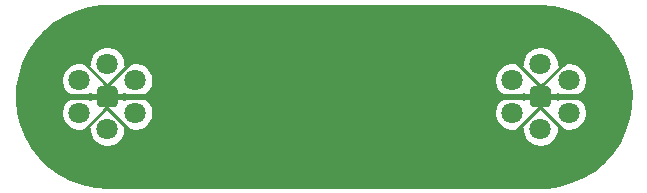
<source format=gbr>
G04 #@! TF.GenerationSoftware,KiCad,Pcbnew,(5.1.5)-3*
G04 #@! TF.CreationDate,2022-07-06T22:09:16+02:00*
G04 #@! TF.ProjectId,Stacked desk light,53746163-6b65-4642-9064-65736b206c69,rev?*
G04 #@! TF.SameCoordinates,Original*
G04 #@! TF.FileFunction,Copper,L2,Bot*
G04 #@! TF.FilePolarity,Positive*
%FSLAX46Y46*%
G04 Gerber Fmt 4.6, Leading zero omitted, Abs format (unit mm)*
G04 Created by KiCad (PCBNEW (5.1.5)-3) date 2022-07-06 22:09:16*
%MOMM*%
%LPD*%
G04 APERTURE LIST*
%ADD10C,1.800000*%
%ADD11C,0.100000*%
%ADD12C,0.500000*%
%ADD13C,0.250000*%
%ADD14C,0.254000*%
G04 APERTURE END LIST*
D10*
X115955598Y-101314092D03*
X118337168Y-102689092D03*
X120718738Y-101314092D03*
G04 #@! TA.AperFunction,ComponentPad*
D11*
G36*
X118831276Y-99041259D02*
G01*
X118874959Y-99047739D01*
X118917796Y-99058469D01*
X118959376Y-99073346D01*
X118999297Y-99092227D01*
X119037175Y-99114931D01*
X119072645Y-99141237D01*
X119105366Y-99170894D01*
X119135023Y-99203615D01*
X119161329Y-99239085D01*
X119184033Y-99276963D01*
X119202914Y-99316884D01*
X119217791Y-99358464D01*
X119228521Y-99401301D01*
X119235001Y-99444984D01*
X119237168Y-99489092D01*
X119237168Y-100389092D01*
X119235001Y-100433200D01*
X119228521Y-100476883D01*
X119217791Y-100519720D01*
X119202914Y-100561300D01*
X119184033Y-100601221D01*
X119161329Y-100639099D01*
X119135023Y-100674569D01*
X119105366Y-100707290D01*
X119072645Y-100736947D01*
X119037175Y-100763253D01*
X118999297Y-100785957D01*
X118959376Y-100804838D01*
X118917796Y-100819715D01*
X118874959Y-100830445D01*
X118831276Y-100836925D01*
X118787168Y-100839092D01*
X117887168Y-100839092D01*
X117843060Y-100836925D01*
X117799377Y-100830445D01*
X117756540Y-100819715D01*
X117714960Y-100804838D01*
X117675039Y-100785957D01*
X117637161Y-100763253D01*
X117601691Y-100736947D01*
X117568970Y-100707290D01*
X117539313Y-100674569D01*
X117513007Y-100639099D01*
X117490303Y-100601221D01*
X117471422Y-100561300D01*
X117456545Y-100519720D01*
X117445815Y-100476883D01*
X117439335Y-100433200D01*
X117437168Y-100389092D01*
X117437168Y-99489092D01*
X117439335Y-99444984D01*
X117445815Y-99401301D01*
X117456545Y-99358464D01*
X117471422Y-99316884D01*
X117490303Y-99276963D01*
X117513007Y-99239085D01*
X117539313Y-99203615D01*
X117568970Y-99170894D01*
X117601691Y-99141237D01*
X117637161Y-99114931D01*
X117675039Y-99092227D01*
X117714960Y-99073346D01*
X117756540Y-99058469D01*
X117799377Y-99047739D01*
X117843060Y-99041259D01*
X117887168Y-99039092D01*
X118787168Y-99039092D01*
X118831276Y-99041259D01*
G37*
G04 #@! TD.AperFunction*
D10*
X115955598Y-98564092D03*
X118337168Y-97189092D03*
X120718738Y-98564092D03*
X79281234Y-101314092D03*
X81662804Y-102689092D03*
X84044374Y-101314092D03*
G04 #@! TA.AperFunction,ComponentPad*
D11*
G36*
X82156912Y-99041259D02*
G01*
X82200595Y-99047739D01*
X82243432Y-99058469D01*
X82285012Y-99073346D01*
X82324933Y-99092227D01*
X82362811Y-99114931D01*
X82398281Y-99141237D01*
X82431002Y-99170894D01*
X82460659Y-99203615D01*
X82486965Y-99239085D01*
X82509669Y-99276963D01*
X82528550Y-99316884D01*
X82543427Y-99358464D01*
X82554157Y-99401301D01*
X82560637Y-99444984D01*
X82562804Y-99489092D01*
X82562804Y-100389092D01*
X82560637Y-100433200D01*
X82554157Y-100476883D01*
X82543427Y-100519720D01*
X82528550Y-100561300D01*
X82509669Y-100601221D01*
X82486965Y-100639099D01*
X82460659Y-100674569D01*
X82431002Y-100707290D01*
X82398281Y-100736947D01*
X82362811Y-100763253D01*
X82324933Y-100785957D01*
X82285012Y-100804838D01*
X82243432Y-100819715D01*
X82200595Y-100830445D01*
X82156912Y-100836925D01*
X82112804Y-100839092D01*
X81212804Y-100839092D01*
X81168696Y-100836925D01*
X81125013Y-100830445D01*
X81082176Y-100819715D01*
X81040596Y-100804838D01*
X81000675Y-100785957D01*
X80962797Y-100763253D01*
X80927327Y-100736947D01*
X80894606Y-100707290D01*
X80864949Y-100674569D01*
X80838643Y-100639099D01*
X80815939Y-100601221D01*
X80797058Y-100561300D01*
X80782181Y-100519720D01*
X80771451Y-100476883D01*
X80764971Y-100433200D01*
X80762804Y-100389092D01*
X80762804Y-99489092D01*
X80764971Y-99444984D01*
X80771451Y-99401301D01*
X80782181Y-99358464D01*
X80797058Y-99316884D01*
X80815939Y-99276963D01*
X80838643Y-99239085D01*
X80864949Y-99203615D01*
X80894606Y-99170894D01*
X80927327Y-99141237D01*
X80962797Y-99114931D01*
X81000675Y-99092227D01*
X81040596Y-99073346D01*
X81082176Y-99058469D01*
X81125013Y-99047739D01*
X81168696Y-99041259D01*
X81212804Y-99039092D01*
X82112804Y-99039092D01*
X82156912Y-99041259D01*
G37*
G04 #@! TD.AperFunction*
D10*
X79281234Y-98564092D03*
X81662804Y-97189092D03*
X84044374Y-98564092D03*
D12*
X81662804Y-99939092D02*
X77839092Y-99939092D01*
D13*
X81662804Y-99039092D02*
X79500000Y-96876288D01*
X81662804Y-99939092D02*
X81662804Y-99039092D01*
X81662804Y-99039092D02*
X83900000Y-96801896D01*
X81662804Y-100839092D02*
X79401896Y-103100000D01*
X81662804Y-99939092D02*
X81662804Y-100839092D01*
X81662804Y-100876090D02*
X83800000Y-103013286D01*
X81662804Y-99939092D02*
X81662804Y-100876090D01*
X118337168Y-99039092D02*
X116300000Y-97001924D01*
X118337168Y-99939092D02*
X118337168Y-99039092D01*
X118337168Y-99132660D02*
X120469828Y-97000000D01*
X118337168Y-99939092D02*
X118337168Y-99132660D01*
X118337168Y-100839092D02*
X116200000Y-102976260D01*
X118337168Y-99939092D02*
X118337168Y-100839092D01*
X118337168Y-100839092D02*
X120498076Y-103000000D01*
D12*
X118337168Y-99939092D02*
X114639092Y-99939092D01*
X118337168Y-99939092D02*
X121939092Y-99939092D01*
X82587803Y-99964091D02*
X85335909Y-99964091D01*
X81662804Y-99939092D02*
X82562804Y-99939092D01*
X82562804Y-99939092D02*
X82587803Y-99964091D01*
D14*
G36*
X119402010Y-92362354D02*
G01*
X120446123Y-92584286D01*
X121449193Y-92949374D01*
X122391691Y-93450509D01*
X123255261Y-94077931D01*
X124023116Y-94819440D01*
X124680300Y-95660596D01*
X125214023Y-96585031D01*
X125613890Y-97574739D01*
X125872129Y-98610477D01*
X125983707Y-99672065D01*
X125946454Y-100738861D01*
X125761094Y-101790086D01*
X125431237Y-102805280D01*
X124963303Y-103764688D01*
X124366397Y-104649638D01*
X123652136Y-105442906D01*
X122834434Y-106129040D01*
X121929188Y-106694699D01*
X120954033Y-107128867D01*
X119927940Y-107423094D01*
X118859439Y-107573262D01*
X118325646Y-107591903D01*
X81685848Y-107591903D01*
X80597961Y-107515830D01*
X79553849Y-107293898D01*
X78550779Y-106928810D01*
X77608290Y-106427680D01*
X76744710Y-105800253D01*
X75976856Y-105058744D01*
X75319672Y-104217588D01*
X74785951Y-103293155D01*
X74386082Y-102303445D01*
X74127843Y-101267706D01*
X74016266Y-100206118D01*
X74053518Y-99139323D01*
X74181605Y-98412908D01*
X77746234Y-98412908D01*
X77746234Y-98715276D01*
X77805223Y-99011835D01*
X77920935Y-99291187D01*
X78088922Y-99542597D01*
X78302729Y-99756404D01*
X78554139Y-99924391D01*
X78589630Y-99939092D01*
X78554139Y-99953793D01*
X78302729Y-100121780D01*
X78088922Y-100335587D01*
X77920935Y-100586997D01*
X77805223Y-100866349D01*
X77746234Y-101162908D01*
X77746234Y-101465276D01*
X77805223Y-101761835D01*
X77920935Y-102041187D01*
X78088922Y-102292597D01*
X78302729Y-102506404D01*
X78554139Y-102674391D01*
X78833491Y-102790103D01*
X79130050Y-102849092D01*
X79432418Y-102849092D01*
X79728977Y-102790103D01*
X80008329Y-102674391D01*
X80127804Y-102594560D01*
X80127804Y-102840276D01*
X80186793Y-103136835D01*
X80302505Y-103416187D01*
X80470492Y-103667597D01*
X80684299Y-103881404D01*
X80935709Y-104049391D01*
X81215061Y-104165103D01*
X81511620Y-104224092D01*
X81813988Y-104224092D01*
X82110547Y-104165103D01*
X82389899Y-104049391D01*
X82641309Y-103881404D01*
X82855116Y-103667597D01*
X83023103Y-103416187D01*
X83138815Y-103136835D01*
X83197804Y-102840276D01*
X83197804Y-102594560D01*
X83317279Y-102674391D01*
X83596631Y-102790103D01*
X83893190Y-102849092D01*
X84195558Y-102849092D01*
X84492117Y-102790103D01*
X84771469Y-102674391D01*
X85022879Y-102506404D01*
X85236686Y-102292597D01*
X85404673Y-102041187D01*
X85520385Y-101761835D01*
X85579374Y-101465276D01*
X85579374Y-101162908D01*
X85520385Y-100866349D01*
X85404673Y-100586997D01*
X85236686Y-100335587D01*
X85022879Y-100121780D01*
X84771469Y-99953793D01*
X84735978Y-99939092D01*
X84771469Y-99924391D01*
X85022879Y-99756404D01*
X85236686Y-99542597D01*
X85404673Y-99291187D01*
X85520385Y-99011835D01*
X85579374Y-98715276D01*
X85579374Y-98412908D01*
X114420598Y-98412908D01*
X114420598Y-98715276D01*
X114479587Y-99011835D01*
X114595299Y-99291187D01*
X114763286Y-99542597D01*
X114977093Y-99756404D01*
X115228503Y-99924391D01*
X115263994Y-99939092D01*
X115228503Y-99953793D01*
X114977093Y-100121780D01*
X114763286Y-100335587D01*
X114595299Y-100586997D01*
X114479587Y-100866349D01*
X114420598Y-101162908D01*
X114420598Y-101465276D01*
X114479587Y-101761835D01*
X114595299Y-102041187D01*
X114763286Y-102292597D01*
X114977093Y-102506404D01*
X115228503Y-102674391D01*
X115507855Y-102790103D01*
X115804414Y-102849092D01*
X116106782Y-102849092D01*
X116403341Y-102790103D01*
X116682693Y-102674391D01*
X116802168Y-102594560D01*
X116802168Y-102840276D01*
X116861157Y-103136835D01*
X116976869Y-103416187D01*
X117144856Y-103667597D01*
X117358663Y-103881404D01*
X117610073Y-104049391D01*
X117889425Y-104165103D01*
X118185984Y-104224092D01*
X118488352Y-104224092D01*
X118784911Y-104165103D01*
X119064263Y-104049391D01*
X119315673Y-103881404D01*
X119529480Y-103667597D01*
X119697467Y-103416187D01*
X119813179Y-103136835D01*
X119872168Y-102840276D01*
X119872168Y-102594560D01*
X119991643Y-102674391D01*
X120270995Y-102790103D01*
X120567554Y-102849092D01*
X120869922Y-102849092D01*
X121166481Y-102790103D01*
X121445833Y-102674391D01*
X121697243Y-102506404D01*
X121911050Y-102292597D01*
X122079037Y-102041187D01*
X122194749Y-101761835D01*
X122253738Y-101465276D01*
X122253738Y-101162908D01*
X122194749Y-100866349D01*
X122079037Y-100586997D01*
X121911050Y-100335587D01*
X121697243Y-100121780D01*
X121445833Y-99953793D01*
X121410342Y-99939092D01*
X121445833Y-99924391D01*
X121697243Y-99756404D01*
X121911050Y-99542597D01*
X122079037Y-99291187D01*
X122194749Y-99011835D01*
X122253738Y-98715276D01*
X122253738Y-98412908D01*
X122194749Y-98116349D01*
X122079037Y-97836997D01*
X121911050Y-97585587D01*
X121697243Y-97371780D01*
X121445833Y-97203793D01*
X121166481Y-97088081D01*
X120869922Y-97029092D01*
X120567554Y-97029092D01*
X120270995Y-97088081D01*
X119991643Y-97203793D01*
X119872168Y-97283624D01*
X119872168Y-97037908D01*
X119813179Y-96741349D01*
X119697467Y-96461997D01*
X119529480Y-96210587D01*
X119315673Y-95996780D01*
X119064263Y-95828793D01*
X118784911Y-95713081D01*
X118488352Y-95654092D01*
X118185984Y-95654092D01*
X117889425Y-95713081D01*
X117610073Y-95828793D01*
X117358663Y-95996780D01*
X117144856Y-96210587D01*
X116976869Y-96461997D01*
X116861157Y-96741349D01*
X116802168Y-97037908D01*
X116802168Y-97283624D01*
X116682693Y-97203793D01*
X116403341Y-97088081D01*
X116106782Y-97029092D01*
X115804414Y-97029092D01*
X115507855Y-97088081D01*
X115228503Y-97203793D01*
X114977093Y-97371780D01*
X114763286Y-97585587D01*
X114595299Y-97836997D01*
X114479587Y-98116349D01*
X114420598Y-98412908D01*
X85579374Y-98412908D01*
X85520385Y-98116349D01*
X85404673Y-97836997D01*
X85236686Y-97585587D01*
X85022879Y-97371780D01*
X84771469Y-97203793D01*
X84492117Y-97088081D01*
X84195558Y-97029092D01*
X83893190Y-97029092D01*
X83596631Y-97088081D01*
X83317279Y-97203793D01*
X83197804Y-97283624D01*
X83197804Y-97037908D01*
X83138815Y-96741349D01*
X83023103Y-96461997D01*
X82855116Y-96210587D01*
X82641309Y-95996780D01*
X82389899Y-95828793D01*
X82110547Y-95713081D01*
X81813988Y-95654092D01*
X81511620Y-95654092D01*
X81215061Y-95713081D01*
X80935709Y-95828793D01*
X80684299Y-95996780D01*
X80470492Y-96210587D01*
X80302505Y-96461997D01*
X80186793Y-96741349D01*
X80127804Y-97037908D01*
X80127804Y-97283624D01*
X80008329Y-97203793D01*
X79728977Y-97088081D01*
X79432418Y-97029092D01*
X79130050Y-97029092D01*
X78833491Y-97088081D01*
X78554139Y-97203793D01*
X78302729Y-97371780D01*
X78088922Y-97585587D01*
X77920935Y-97836997D01*
X77805223Y-98116349D01*
X77746234Y-98412908D01*
X74181605Y-98412908D01*
X74238878Y-98088098D01*
X74568735Y-97072904D01*
X75036669Y-96113493D01*
X75633575Y-95228546D01*
X76347836Y-94435278D01*
X77165539Y-93749144D01*
X78070783Y-93183485D01*
X79045937Y-92749318D01*
X80072032Y-92455090D01*
X81140535Y-92304922D01*
X81674326Y-92286281D01*
X118314124Y-92286281D01*
X119402010Y-92362354D01*
G37*
X119402010Y-92362354D02*
X120446123Y-92584286D01*
X121449193Y-92949374D01*
X122391691Y-93450509D01*
X123255261Y-94077931D01*
X124023116Y-94819440D01*
X124680300Y-95660596D01*
X125214023Y-96585031D01*
X125613890Y-97574739D01*
X125872129Y-98610477D01*
X125983707Y-99672065D01*
X125946454Y-100738861D01*
X125761094Y-101790086D01*
X125431237Y-102805280D01*
X124963303Y-103764688D01*
X124366397Y-104649638D01*
X123652136Y-105442906D01*
X122834434Y-106129040D01*
X121929188Y-106694699D01*
X120954033Y-107128867D01*
X119927940Y-107423094D01*
X118859439Y-107573262D01*
X118325646Y-107591903D01*
X81685848Y-107591903D01*
X80597961Y-107515830D01*
X79553849Y-107293898D01*
X78550779Y-106928810D01*
X77608290Y-106427680D01*
X76744710Y-105800253D01*
X75976856Y-105058744D01*
X75319672Y-104217588D01*
X74785951Y-103293155D01*
X74386082Y-102303445D01*
X74127843Y-101267706D01*
X74016266Y-100206118D01*
X74053518Y-99139323D01*
X74181605Y-98412908D01*
X77746234Y-98412908D01*
X77746234Y-98715276D01*
X77805223Y-99011835D01*
X77920935Y-99291187D01*
X78088922Y-99542597D01*
X78302729Y-99756404D01*
X78554139Y-99924391D01*
X78589630Y-99939092D01*
X78554139Y-99953793D01*
X78302729Y-100121780D01*
X78088922Y-100335587D01*
X77920935Y-100586997D01*
X77805223Y-100866349D01*
X77746234Y-101162908D01*
X77746234Y-101465276D01*
X77805223Y-101761835D01*
X77920935Y-102041187D01*
X78088922Y-102292597D01*
X78302729Y-102506404D01*
X78554139Y-102674391D01*
X78833491Y-102790103D01*
X79130050Y-102849092D01*
X79432418Y-102849092D01*
X79728977Y-102790103D01*
X80008329Y-102674391D01*
X80127804Y-102594560D01*
X80127804Y-102840276D01*
X80186793Y-103136835D01*
X80302505Y-103416187D01*
X80470492Y-103667597D01*
X80684299Y-103881404D01*
X80935709Y-104049391D01*
X81215061Y-104165103D01*
X81511620Y-104224092D01*
X81813988Y-104224092D01*
X82110547Y-104165103D01*
X82389899Y-104049391D01*
X82641309Y-103881404D01*
X82855116Y-103667597D01*
X83023103Y-103416187D01*
X83138815Y-103136835D01*
X83197804Y-102840276D01*
X83197804Y-102594560D01*
X83317279Y-102674391D01*
X83596631Y-102790103D01*
X83893190Y-102849092D01*
X84195558Y-102849092D01*
X84492117Y-102790103D01*
X84771469Y-102674391D01*
X85022879Y-102506404D01*
X85236686Y-102292597D01*
X85404673Y-102041187D01*
X85520385Y-101761835D01*
X85579374Y-101465276D01*
X85579374Y-101162908D01*
X85520385Y-100866349D01*
X85404673Y-100586997D01*
X85236686Y-100335587D01*
X85022879Y-100121780D01*
X84771469Y-99953793D01*
X84735978Y-99939092D01*
X84771469Y-99924391D01*
X85022879Y-99756404D01*
X85236686Y-99542597D01*
X85404673Y-99291187D01*
X85520385Y-99011835D01*
X85579374Y-98715276D01*
X85579374Y-98412908D01*
X114420598Y-98412908D01*
X114420598Y-98715276D01*
X114479587Y-99011835D01*
X114595299Y-99291187D01*
X114763286Y-99542597D01*
X114977093Y-99756404D01*
X115228503Y-99924391D01*
X115263994Y-99939092D01*
X115228503Y-99953793D01*
X114977093Y-100121780D01*
X114763286Y-100335587D01*
X114595299Y-100586997D01*
X114479587Y-100866349D01*
X114420598Y-101162908D01*
X114420598Y-101465276D01*
X114479587Y-101761835D01*
X114595299Y-102041187D01*
X114763286Y-102292597D01*
X114977093Y-102506404D01*
X115228503Y-102674391D01*
X115507855Y-102790103D01*
X115804414Y-102849092D01*
X116106782Y-102849092D01*
X116403341Y-102790103D01*
X116682693Y-102674391D01*
X116802168Y-102594560D01*
X116802168Y-102840276D01*
X116861157Y-103136835D01*
X116976869Y-103416187D01*
X117144856Y-103667597D01*
X117358663Y-103881404D01*
X117610073Y-104049391D01*
X117889425Y-104165103D01*
X118185984Y-104224092D01*
X118488352Y-104224092D01*
X118784911Y-104165103D01*
X119064263Y-104049391D01*
X119315673Y-103881404D01*
X119529480Y-103667597D01*
X119697467Y-103416187D01*
X119813179Y-103136835D01*
X119872168Y-102840276D01*
X119872168Y-102594560D01*
X119991643Y-102674391D01*
X120270995Y-102790103D01*
X120567554Y-102849092D01*
X120869922Y-102849092D01*
X121166481Y-102790103D01*
X121445833Y-102674391D01*
X121697243Y-102506404D01*
X121911050Y-102292597D01*
X122079037Y-102041187D01*
X122194749Y-101761835D01*
X122253738Y-101465276D01*
X122253738Y-101162908D01*
X122194749Y-100866349D01*
X122079037Y-100586997D01*
X121911050Y-100335587D01*
X121697243Y-100121780D01*
X121445833Y-99953793D01*
X121410342Y-99939092D01*
X121445833Y-99924391D01*
X121697243Y-99756404D01*
X121911050Y-99542597D01*
X122079037Y-99291187D01*
X122194749Y-99011835D01*
X122253738Y-98715276D01*
X122253738Y-98412908D01*
X122194749Y-98116349D01*
X122079037Y-97836997D01*
X121911050Y-97585587D01*
X121697243Y-97371780D01*
X121445833Y-97203793D01*
X121166481Y-97088081D01*
X120869922Y-97029092D01*
X120567554Y-97029092D01*
X120270995Y-97088081D01*
X119991643Y-97203793D01*
X119872168Y-97283624D01*
X119872168Y-97037908D01*
X119813179Y-96741349D01*
X119697467Y-96461997D01*
X119529480Y-96210587D01*
X119315673Y-95996780D01*
X119064263Y-95828793D01*
X118784911Y-95713081D01*
X118488352Y-95654092D01*
X118185984Y-95654092D01*
X117889425Y-95713081D01*
X117610073Y-95828793D01*
X117358663Y-95996780D01*
X117144856Y-96210587D01*
X116976869Y-96461997D01*
X116861157Y-96741349D01*
X116802168Y-97037908D01*
X116802168Y-97283624D01*
X116682693Y-97203793D01*
X116403341Y-97088081D01*
X116106782Y-97029092D01*
X115804414Y-97029092D01*
X115507855Y-97088081D01*
X115228503Y-97203793D01*
X114977093Y-97371780D01*
X114763286Y-97585587D01*
X114595299Y-97836997D01*
X114479587Y-98116349D01*
X114420598Y-98412908D01*
X85579374Y-98412908D01*
X85520385Y-98116349D01*
X85404673Y-97836997D01*
X85236686Y-97585587D01*
X85022879Y-97371780D01*
X84771469Y-97203793D01*
X84492117Y-97088081D01*
X84195558Y-97029092D01*
X83893190Y-97029092D01*
X83596631Y-97088081D01*
X83317279Y-97203793D01*
X83197804Y-97283624D01*
X83197804Y-97037908D01*
X83138815Y-96741349D01*
X83023103Y-96461997D01*
X82855116Y-96210587D01*
X82641309Y-95996780D01*
X82389899Y-95828793D01*
X82110547Y-95713081D01*
X81813988Y-95654092D01*
X81511620Y-95654092D01*
X81215061Y-95713081D01*
X80935709Y-95828793D01*
X80684299Y-95996780D01*
X80470492Y-96210587D01*
X80302505Y-96461997D01*
X80186793Y-96741349D01*
X80127804Y-97037908D01*
X80127804Y-97283624D01*
X80008329Y-97203793D01*
X79728977Y-97088081D01*
X79432418Y-97029092D01*
X79130050Y-97029092D01*
X78833491Y-97088081D01*
X78554139Y-97203793D01*
X78302729Y-97371780D01*
X78088922Y-97585587D01*
X77920935Y-97836997D01*
X77805223Y-98116349D01*
X77746234Y-98412908D01*
X74181605Y-98412908D01*
X74238878Y-98088098D01*
X74568735Y-97072904D01*
X75036669Y-96113493D01*
X75633575Y-95228546D01*
X76347836Y-94435278D01*
X77165539Y-93749144D01*
X78070783Y-93183485D01*
X79045937Y-92749318D01*
X80072032Y-92455090D01*
X81140535Y-92304922D01*
X81674326Y-92286281D01*
X118314124Y-92286281D01*
X119402010Y-92362354D01*
G36*
X119991643Y-99924391D02*
G01*
X120027134Y-99939092D01*
X119991643Y-99953793D01*
X119757541Y-100110215D01*
X119713418Y-100066092D01*
X118464168Y-100066092D01*
X118464168Y-100086092D01*
X118210168Y-100086092D01*
X118210168Y-100066092D01*
X116960918Y-100066092D01*
X116916795Y-100110215D01*
X116682693Y-99953793D01*
X116647202Y-99939092D01*
X116682693Y-99924391D01*
X116916795Y-99767969D01*
X116960918Y-99812092D01*
X118210168Y-99812092D01*
X118210168Y-99792092D01*
X118464168Y-99792092D01*
X118464168Y-99812092D01*
X119713418Y-99812092D01*
X119757541Y-99767969D01*
X119991643Y-99924391D01*
G37*
X119991643Y-99924391D02*
X120027134Y-99939092D01*
X119991643Y-99953793D01*
X119757541Y-100110215D01*
X119713418Y-100066092D01*
X118464168Y-100066092D01*
X118464168Y-100086092D01*
X118210168Y-100086092D01*
X118210168Y-100066092D01*
X116960918Y-100066092D01*
X116916795Y-100110215D01*
X116682693Y-99953793D01*
X116647202Y-99939092D01*
X116682693Y-99924391D01*
X116916795Y-99767969D01*
X116960918Y-99812092D01*
X118210168Y-99812092D01*
X118210168Y-99792092D01*
X118464168Y-99792092D01*
X118464168Y-99812092D01*
X119713418Y-99812092D01*
X119757541Y-99767969D01*
X119991643Y-99924391D01*
G36*
X83317279Y-99924391D02*
G01*
X83352770Y-99939092D01*
X83317279Y-99953793D01*
X83083177Y-100110215D01*
X83039054Y-100066092D01*
X81789804Y-100066092D01*
X81789804Y-100086092D01*
X81535804Y-100086092D01*
X81535804Y-100066092D01*
X80286554Y-100066092D01*
X80242431Y-100110215D01*
X80008329Y-99953793D01*
X79972838Y-99939092D01*
X80008329Y-99924391D01*
X80242431Y-99767969D01*
X80286554Y-99812092D01*
X81535804Y-99812092D01*
X81535804Y-99792092D01*
X81789804Y-99792092D01*
X81789804Y-99812092D01*
X83039054Y-99812092D01*
X83083177Y-99767969D01*
X83317279Y-99924391D01*
G37*
X83317279Y-99924391D02*
X83352770Y-99939092D01*
X83317279Y-99953793D01*
X83083177Y-100110215D01*
X83039054Y-100066092D01*
X81789804Y-100066092D01*
X81789804Y-100086092D01*
X81535804Y-100086092D01*
X81535804Y-100066092D01*
X80286554Y-100066092D01*
X80242431Y-100110215D01*
X80008329Y-99953793D01*
X79972838Y-99939092D01*
X80008329Y-99924391D01*
X80242431Y-99767969D01*
X80286554Y-99812092D01*
X81535804Y-99812092D01*
X81535804Y-99792092D01*
X81789804Y-99792092D01*
X81789804Y-99812092D01*
X83039054Y-99812092D01*
X83083177Y-99767969D01*
X83317279Y-99924391D01*
M02*

</source>
